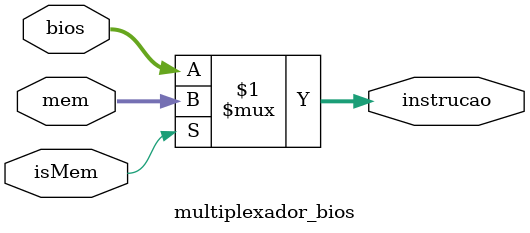
<source format=v>
module multiplexador_bios(mem, bios, isMem, instrucao);
	// Entradas
	input [31:0] mem;						// Memoria
	input [31:0] bios;					// Bios
	
	// Controle
	input isMem;							// Sinal de controle
	
	// Saida
	output [31:0] instrucao;			// Instrucao efetiva
	assign instrucao = isMem ? mem : bios;
endmodule

</source>
